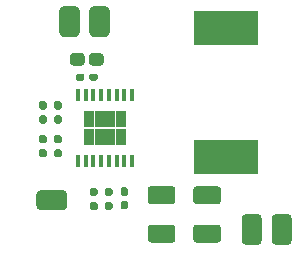
<source format=gbr>
%TF.GenerationSoftware,KiCad,Pcbnew,(5.1.7)-1*%
%TF.CreationDate,2020-12-08T16:49:31+09:00*%
%TF.ProjectId,FlightComputer-Booster,466c6967-6874-4436-9f6d-70757465722d,rev?*%
%TF.SameCoordinates,Original*%
%TF.FileFunction,Soldermask,Top*%
%TF.FilePolarity,Negative*%
%FSLAX46Y46*%
G04 Gerber Fmt 4.6, Leading zero omitted, Abs format (unit mm)*
G04 Created by KiCad (PCBNEW (5.1.7)-1) date 2020-12-08 16:49:31*
%MOMM*%
%LPD*%
G01*
G04 APERTURE LIST*
%ADD10R,0.895000X1.470000*%
%ADD11R,0.450000X1.050000*%
%ADD12R,5.400000X2.900000*%
G04 APERTURE END LIST*
%TO.C,J3*%
G36*
G01*
X-34066000Y7872000D02*
X-34066000Y8892000D01*
G75*
G02*
X-33726000Y9232000I340000J0D01*
G01*
X-31806000Y9232000D01*
G75*
G02*
X-31466000Y8892000I0J-340000D01*
G01*
X-31466000Y7872000D01*
G75*
G02*
X-31806000Y7532000I-340000J0D01*
G01*
X-33726000Y7532000D01*
G75*
G02*
X-34066000Y7872000I0J340000D01*
G01*
G37*
%TD*%
%TO.C,J1*%
G36*
G01*
X-31775000Y24800000D02*
X-30755000Y24800000D01*
G75*
G02*
X-30415000Y24460000I0J-340000D01*
G01*
X-30415000Y22540000D01*
G75*
G02*
X-30755000Y22200000I-340000J0D01*
G01*
X-31775000Y22200000D01*
G75*
G02*
X-32115000Y22540000I0J340000D01*
G01*
X-32115000Y24460000D01*
G75*
G02*
X-31775000Y24800000I340000J0D01*
G01*
G37*
G36*
G01*
X-29235000Y24800000D02*
X-28215000Y24800000D01*
G75*
G02*
X-27875000Y24460000I0J-340000D01*
G01*
X-27875000Y22540000D01*
G75*
G02*
X-28215000Y22200000I-340000J0D01*
G01*
X-29235000Y22200000D01*
G75*
G02*
X-29575000Y22540000I0J340000D01*
G01*
X-29575000Y24460000D01*
G75*
G02*
X-29235000Y24800000I340000J0D01*
G01*
G37*
%TD*%
%TO.C,J2*%
G36*
G01*
X-16350000Y7200000D02*
X-15330000Y7200000D01*
G75*
G02*
X-14990000Y6860000I0J-340000D01*
G01*
X-14990000Y4940000D01*
G75*
G02*
X-15330000Y4600000I-340000J0D01*
G01*
X-16350000Y4600000D01*
G75*
G02*
X-16690000Y4940000I0J340000D01*
G01*
X-16690000Y6860000D01*
G75*
G02*
X-16350000Y7200000I340000J0D01*
G01*
G37*
G36*
G01*
X-13810000Y7200000D02*
X-12790000Y7200000D01*
G75*
G02*
X-12450000Y6860000I0J-340000D01*
G01*
X-12450000Y4940000D01*
G75*
G02*
X-12790000Y4600000I-340000J0D01*
G01*
X-13810000Y4600000D01*
G75*
G02*
X-14150000Y4940000I0J340000D01*
G01*
X-14150000Y6860000D01*
G75*
G02*
X-13810000Y7200000I340000J0D01*
G01*
G37*
%TD*%
D10*
%TO.C,U1*%
X-26917500Y15213000D03*
X-27812500Y15213000D03*
X-28707500Y15213000D03*
X-29602500Y15213000D03*
X-26917500Y13743000D03*
X-27812500Y13743000D03*
X-28707500Y13743000D03*
X-29602500Y13743000D03*
D11*
X-25985000Y11703000D03*
X-26635000Y11703000D03*
X-27285000Y11703000D03*
X-27935000Y11703000D03*
X-28585000Y11703000D03*
X-29235000Y11703000D03*
X-29885000Y11703000D03*
X-30535000Y11703000D03*
X-30535000Y17253000D03*
X-29885000Y17253000D03*
X-29235000Y17253000D03*
X-28585000Y17253000D03*
X-27935000Y17253000D03*
X-27285000Y17253000D03*
X-26635000Y17253000D03*
X-25985000Y17253000D03*
%TD*%
D12*
%TO.C,L1*%
X-18034000Y12076000D03*
X-18034000Y22976000D03*
%TD*%
%TO.C,C5*%
G36*
G01*
X-24395000Y6295000D02*
X-22545000Y6295000D01*
G75*
G02*
X-22295000Y6045000I0J-250000D01*
G01*
X-22295000Y5045000D01*
G75*
G02*
X-22545000Y4795000I-250000J0D01*
G01*
X-24395000Y4795000D01*
G75*
G02*
X-24645000Y5045000I0J250000D01*
G01*
X-24645000Y6045000D01*
G75*
G02*
X-24395000Y6295000I250000J0D01*
G01*
G37*
G36*
G01*
X-24395000Y9545000D02*
X-22545000Y9545000D01*
G75*
G02*
X-22295000Y9295000I0J-250000D01*
G01*
X-22295000Y8295000D01*
G75*
G02*
X-22545000Y8045000I-250000J0D01*
G01*
X-24395000Y8045000D01*
G75*
G02*
X-24645000Y8295000I0J250000D01*
G01*
X-24645000Y9295000D01*
G75*
G02*
X-24395000Y9545000I250000J0D01*
G01*
G37*
%TD*%
%TO.C,R8*%
G36*
G01*
X-32090000Y13190000D02*
X-32410000Y13190000D01*
G75*
G02*
X-32570000Y13350000I0J160000D01*
G01*
X-32570000Y13745000D01*
G75*
G02*
X-32410000Y13905000I160000J0D01*
G01*
X-32090000Y13905000D01*
G75*
G02*
X-31930000Y13745000I0J-160000D01*
G01*
X-31930000Y13350000D01*
G75*
G02*
X-32090000Y13190000I-160000J0D01*
G01*
G37*
G36*
G01*
X-32090000Y11995000D02*
X-32410000Y11995000D01*
G75*
G02*
X-32570000Y12155000I0J160000D01*
G01*
X-32570000Y12550000D01*
G75*
G02*
X-32410000Y12710000I160000J0D01*
G01*
X-32090000Y12710000D01*
G75*
G02*
X-31930000Y12550000I0J-160000D01*
G01*
X-31930000Y12155000D01*
G75*
G02*
X-32090000Y11995000I-160000J0D01*
G01*
G37*
%TD*%
%TO.C,R7*%
G36*
G01*
X-33368000Y16058000D02*
X-33688000Y16058000D01*
G75*
G02*
X-33848000Y16218000I0J160000D01*
G01*
X-33848000Y16613000D01*
G75*
G02*
X-33688000Y16773000I160000J0D01*
G01*
X-33368000Y16773000D01*
G75*
G02*
X-33208000Y16613000I0J-160000D01*
G01*
X-33208000Y16218000D01*
G75*
G02*
X-33368000Y16058000I-160000J0D01*
G01*
G37*
G36*
G01*
X-33368000Y14863000D02*
X-33688000Y14863000D01*
G75*
G02*
X-33848000Y15023000I0J160000D01*
G01*
X-33848000Y15418000D01*
G75*
G02*
X-33688000Y15578000I160000J0D01*
G01*
X-33368000Y15578000D01*
G75*
G02*
X-33208000Y15418000I0J-160000D01*
G01*
X-33208000Y15023000D01*
G75*
G02*
X-33368000Y14863000I-160000J0D01*
G01*
G37*
%TD*%
%TO.C,R5*%
G36*
G01*
X-29370000Y8230000D02*
X-29050000Y8230000D01*
G75*
G02*
X-28890000Y8070000I0J-160000D01*
G01*
X-28890000Y7675000D01*
G75*
G02*
X-29050000Y7515000I-160000J0D01*
G01*
X-29370000Y7515000D01*
G75*
G02*
X-29530000Y7675000I0J160000D01*
G01*
X-29530000Y8070000D01*
G75*
G02*
X-29370000Y8230000I160000J0D01*
G01*
G37*
G36*
G01*
X-29370000Y9425000D02*
X-29050000Y9425000D01*
G75*
G02*
X-28890000Y9265000I0J-160000D01*
G01*
X-28890000Y8870000D01*
G75*
G02*
X-29050000Y8710000I-160000J0D01*
G01*
X-29370000Y8710000D01*
G75*
G02*
X-29530000Y8870000I0J160000D01*
G01*
X-29530000Y9265000D01*
G75*
G02*
X-29370000Y9425000I160000J0D01*
G01*
G37*
%TD*%
%TO.C,R4*%
G36*
G01*
X-32098000Y16058000D02*
X-32418000Y16058000D01*
G75*
G02*
X-32578000Y16218000I0J160000D01*
G01*
X-32578000Y16613000D01*
G75*
G02*
X-32418000Y16773000I160000J0D01*
G01*
X-32098000Y16773000D01*
G75*
G02*
X-31938000Y16613000I0J-160000D01*
G01*
X-31938000Y16218000D01*
G75*
G02*
X-32098000Y16058000I-160000J0D01*
G01*
G37*
G36*
G01*
X-32098000Y14863000D02*
X-32418000Y14863000D01*
G75*
G02*
X-32578000Y15023000I0J160000D01*
G01*
X-32578000Y15418000D01*
G75*
G02*
X-32418000Y15578000I160000J0D01*
G01*
X-32098000Y15578000D01*
G75*
G02*
X-31938000Y15418000I0J-160000D01*
G01*
X-31938000Y15023000D01*
G75*
G02*
X-32098000Y14863000I-160000J0D01*
G01*
G37*
%TD*%
%TO.C,R2*%
G36*
G01*
X-28100000Y8240000D02*
X-27780000Y8240000D01*
G75*
G02*
X-27620000Y8080000I0J-160000D01*
G01*
X-27620000Y7685000D01*
G75*
G02*
X-27780000Y7525000I-160000J0D01*
G01*
X-28100000Y7525000D01*
G75*
G02*
X-28260000Y7685000I0J160000D01*
G01*
X-28260000Y8080000D01*
G75*
G02*
X-28100000Y8240000I160000J0D01*
G01*
G37*
G36*
G01*
X-28100000Y9435000D02*
X-27780000Y9435000D01*
G75*
G02*
X-27620000Y9275000I0J-160000D01*
G01*
X-27620000Y8880000D01*
G75*
G02*
X-27780000Y8720000I-160000J0D01*
G01*
X-28100000Y8720000D01*
G75*
G02*
X-28260000Y8880000I0J160000D01*
G01*
X-28260000Y9275000D01*
G75*
G02*
X-28100000Y9435000I160000J0D01*
G01*
G37*
%TD*%
%TO.C,R1*%
G36*
G01*
X-33365000Y13190000D02*
X-33685000Y13190000D01*
G75*
G02*
X-33845000Y13350000I0J160000D01*
G01*
X-33845000Y13745000D01*
G75*
G02*
X-33685000Y13905000I160000J0D01*
G01*
X-33365000Y13905000D01*
G75*
G02*
X-33205000Y13745000I0J-160000D01*
G01*
X-33205000Y13350000D01*
G75*
G02*
X-33365000Y13190000I-160000J0D01*
G01*
G37*
G36*
G01*
X-33365000Y11995000D02*
X-33685000Y11995000D01*
G75*
G02*
X-33845000Y12155000I0J160000D01*
G01*
X-33845000Y12550000D01*
G75*
G02*
X-33685000Y12710000I160000J0D01*
G01*
X-33365000Y12710000D01*
G75*
G02*
X-33205000Y12550000I0J-160000D01*
G01*
X-33205000Y12155000D01*
G75*
G02*
X-33365000Y11995000I-160000J0D01*
G01*
G37*
%TD*%
%TO.C,C4*%
G36*
G01*
X-30000000Y18951000D02*
X-30000000Y18641000D01*
G75*
G02*
X-30155000Y18486000I-155000J0D01*
G01*
X-30580000Y18486000D01*
G75*
G02*
X-30735000Y18641000I0J155000D01*
G01*
X-30735000Y18951000D01*
G75*
G02*
X-30580000Y19106000I155000J0D01*
G01*
X-30155000Y19106000D01*
G75*
G02*
X-30000000Y18951000I0J-155000D01*
G01*
G37*
G36*
G01*
X-28865000Y18951000D02*
X-28865000Y18641000D01*
G75*
G02*
X-29020000Y18486000I-155000J0D01*
G01*
X-29445000Y18486000D01*
G75*
G02*
X-29600000Y18641000I0J155000D01*
G01*
X-29600000Y18951000D01*
G75*
G02*
X-29445000Y19106000I155000J0D01*
G01*
X-29020000Y19106000D01*
G75*
G02*
X-28865000Y18951000I0J-155000D01*
G01*
G37*
%TD*%
%TO.C,C3*%
G36*
G01*
X-29975000Y20575001D02*
X-29975000Y20024999D01*
G75*
G02*
X-30224999Y19775000I-249999J0D01*
G01*
X-30975001Y19775000D01*
G75*
G02*
X-31225000Y20024999I0J249999D01*
G01*
X-31225000Y20575001D01*
G75*
G02*
X-30975001Y20825000I249999J0D01*
G01*
X-30224999Y20825000D01*
G75*
G02*
X-29975000Y20575001I0J-249999D01*
G01*
G37*
G36*
G01*
X-28375000Y20575001D02*
X-28375000Y20024999D01*
G75*
G02*
X-28624999Y19775000I-249999J0D01*
G01*
X-29375001Y19775000D01*
G75*
G02*
X-29625000Y20024999I0J249999D01*
G01*
X-29625000Y20575001D01*
G75*
G02*
X-29375001Y20825000I249999J0D01*
G01*
X-28624999Y20825000D01*
G75*
G02*
X-28375000Y20575001I0J-249999D01*
G01*
G37*
%TD*%
%TO.C,C2*%
G36*
G01*
X-20545000Y6295000D02*
X-18695000Y6295000D01*
G75*
G02*
X-18445000Y6045000I0J-250000D01*
G01*
X-18445000Y5045000D01*
G75*
G02*
X-18695000Y4795000I-250000J0D01*
G01*
X-20545000Y4795000D01*
G75*
G02*
X-20795000Y5045000I0J250000D01*
G01*
X-20795000Y6045000D01*
G75*
G02*
X-20545000Y6295000I250000J0D01*
G01*
G37*
G36*
G01*
X-20545000Y9545000D02*
X-18695000Y9545000D01*
G75*
G02*
X-18445000Y9295000I0J-250000D01*
G01*
X-18445000Y8295000D01*
G75*
G02*
X-18695000Y8045000I-250000J0D01*
G01*
X-20545000Y8045000D01*
G75*
G02*
X-20795000Y8295000I0J250000D01*
G01*
X-20795000Y9295000D01*
G75*
G02*
X-20545000Y9545000I250000J0D01*
G01*
G37*
%TD*%
%TO.C,C1*%
G36*
G01*
X-26785000Y8330000D02*
X-26475000Y8330000D01*
G75*
G02*
X-26320000Y8175000I0J-155000D01*
G01*
X-26320000Y7750000D01*
G75*
G02*
X-26475000Y7595000I-155000J0D01*
G01*
X-26785000Y7595000D01*
G75*
G02*
X-26940000Y7750000I0J155000D01*
G01*
X-26940000Y8175000D01*
G75*
G02*
X-26785000Y8330000I155000J0D01*
G01*
G37*
G36*
G01*
X-26785000Y9465000D02*
X-26475000Y9465000D01*
G75*
G02*
X-26320000Y9310000I0J-155000D01*
G01*
X-26320000Y8885000D01*
G75*
G02*
X-26475000Y8730000I-155000J0D01*
G01*
X-26785000Y8730000D01*
G75*
G02*
X-26940000Y8885000I0J155000D01*
G01*
X-26940000Y9310000D01*
G75*
G02*
X-26785000Y9465000I155000J0D01*
G01*
G37*
%TD*%
M02*

</source>
